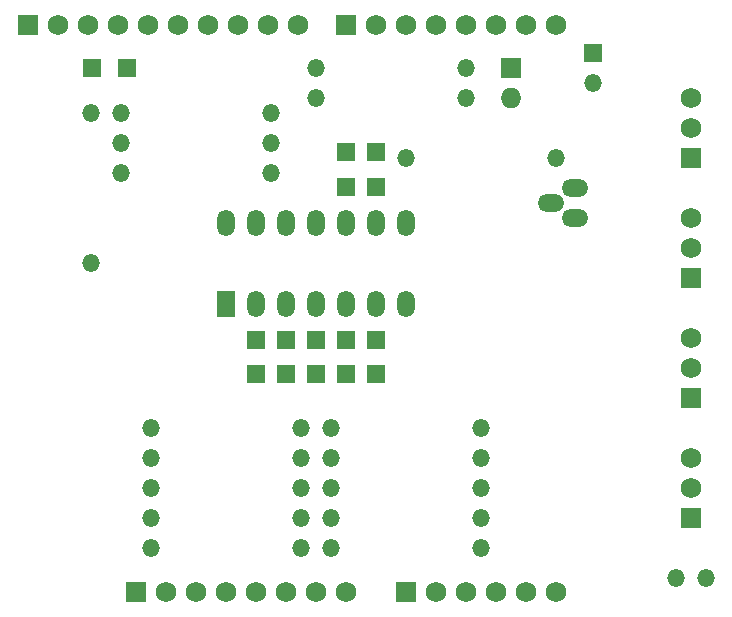
<source format=gts>
G04 (created by PCBNEW (22-Jun-2014 BZR 4027)-stable) date Sun 28 Jan 2018 01:51:54 PM CST*
%MOIN*%
G04 Gerber Fmt 3.4, Leading zero omitted, Abs format*
%FSLAX34Y34*%
G01*
G70*
G90*
G04 APERTURE LIST*
%ADD10C,0.00590551*%
%ADD11O,0.0885X0.059*%
%ADD12R,0.069X0.069*%
%ADD13C,0.069*%
%ADD14O,0.059X0.059*%
%ADD15R,0.059X0.059*%
%ADD16R,0.059X0.0885*%
%ADD17O,0.059X0.0885*%
%ADD18R,0.064X0.059*%
%ADD19R,0.059X0.064*%
%ADD20O,0.069X0.069*%
G04 APERTURE END LIST*
G54D10*
G54D11*
X87647Y-55500D03*
X86852Y-55000D03*
X87647Y-54500D03*
G54D12*
X91500Y-53500D03*
G54D13*
X91500Y-51500D03*
X91500Y-52500D03*
G54D12*
X91500Y-61500D03*
G54D13*
X91500Y-59500D03*
X91500Y-60500D03*
G54D12*
X91500Y-57500D03*
G54D13*
X91500Y-55500D03*
X91500Y-56500D03*
G54D12*
X91500Y-65500D03*
G54D13*
X91500Y-63500D03*
X91500Y-64500D03*
G54D14*
X78500Y-62500D03*
X73500Y-62500D03*
X79500Y-66500D03*
X84500Y-66500D03*
X78500Y-66500D03*
X73500Y-66500D03*
X72500Y-52000D03*
X77500Y-52000D03*
X73500Y-63500D03*
X78500Y-63500D03*
X78500Y-64500D03*
X73500Y-64500D03*
X77500Y-54000D03*
X72500Y-54000D03*
X73500Y-65500D03*
X78500Y-65500D03*
X72500Y-53000D03*
X77500Y-53000D03*
X79500Y-62500D03*
X84500Y-62500D03*
X71500Y-57000D03*
X71500Y-52000D03*
X87000Y-53500D03*
X82000Y-53500D03*
X79000Y-51500D03*
X84000Y-51500D03*
X84500Y-65500D03*
X79500Y-65500D03*
X79500Y-64500D03*
X84500Y-64500D03*
X84500Y-63500D03*
X79500Y-63500D03*
G54D15*
X88250Y-50000D03*
G54D14*
X88250Y-51000D03*
G54D16*
X76000Y-58352D03*
G54D17*
X77000Y-58352D03*
X78000Y-58352D03*
X79000Y-58352D03*
X79000Y-55647D03*
X78000Y-55647D03*
X77000Y-55647D03*
X76000Y-55647D03*
X80000Y-58352D03*
X81000Y-58352D03*
X82000Y-58352D03*
X80000Y-55647D03*
X81000Y-55647D03*
X82000Y-55647D03*
G54D18*
X71550Y-50500D03*
X72700Y-50500D03*
G54D19*
X77000Y-59550D03*
X77000Y-60700D03*
X78000Y-59550D03*
X78000Y-60700D03*
X81000Y-54450D03*
X81000Y-53300D03*
X80000Y-54450D03*
X80000Y-53300D03*
X81000Y-59550D03*
X81000Y-60700D03*
X80000Y-59550D03*
X80000Y-60700D03*
X79000Y-59550D03*
X79000Y-60700D03*
G54D12*
X73000Y-67950D03*
G54D13*
X74000Y-67950D03*
X75000Y-67950D03*
X76000Y-67950D03*
X77000Y-67950D03*
X78000Y-67950D03*
X79000Y-67950D03*
X80000Y-67950D03*
G54D12*
X80000Y-49050D03*
G54D13*
X81000Y-49050D03*
X82000Y-49050D03*
X83000Y-49050D03*
X84000Y-49050D03*
X85000Y-49050D03*
X86000Y-49050D03*
X87000Y-49050D03*
G54D12*
X82000Y-67950D03*
G54D13*
X83000Y-67950D03*
X84000Y-67950D03*
X85000Y-67950D03*
X86000Y-67950D03*
X87000Y-67950D03*
G54D12*
X69400Y-49050D03*
G54D13*
X70400Y-49050D03*
X71400Y-49050D03*
X72400Y-49050D03*
X73400Y-49050D03*
X74400Y-49050D03*
X75400Y-49050D03*
X76400Y-49050D03*
X77400Y-49050D03*
X78400Y-49050D03*
G54D14*
X79000Y-50500D03*
X84000Y-50500D03*
G54D12*
X85500Y-50500D03*
G54D20*
X85500Y-51500D03*
G54D14*
X92000Y-67500D03*
X91000Y-67500D03*
M02*

</source>
